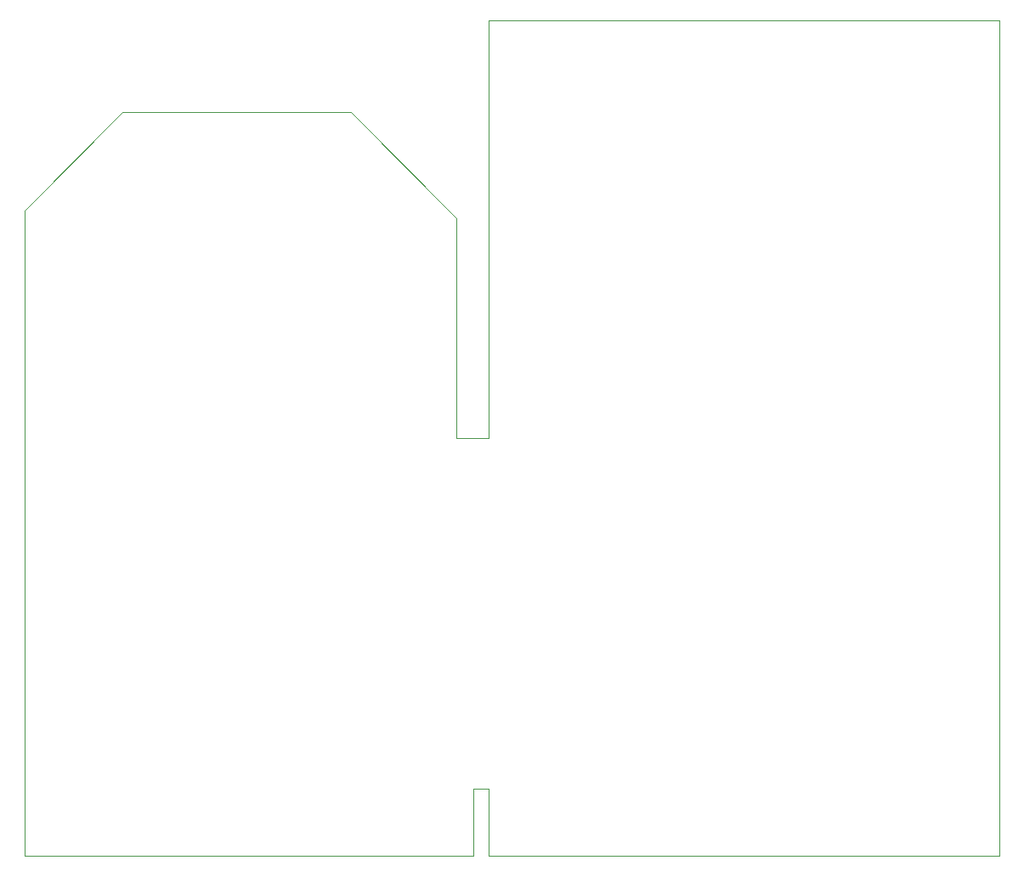
<source format=gbr>
G04*
G04 #@! TF.GenerationSoftware,Altium Limited,Altium Designer,23.8.1 (32)*
G04*
G04 Layer_Color=0*
%FSLAX44Y44*%
%MOMM*%
G71*
G04*
G04 #@! TF.SameCoordinates,B6B44BCC-8F3F-42C6-BD7A-2A87D95AF342*
G04*
G04*
G04 #@! TF.FilePolarity,Positive*
G04*
G01*
G75*
%ADD64C,0.0254*%
D64*
X726440Y254000D02*
Y321310D01*
X741680D01*
Y254000D01*
X1250950D01*
Y1087120D01*
X741680D01*
Y670560D01*
X709930D01*
Y890270D01*
X604520Y995680D01*
X377190Y995680D01*
X279400Y897890D01*
Y254000D01*
X726440D01*
M02*

</source>
